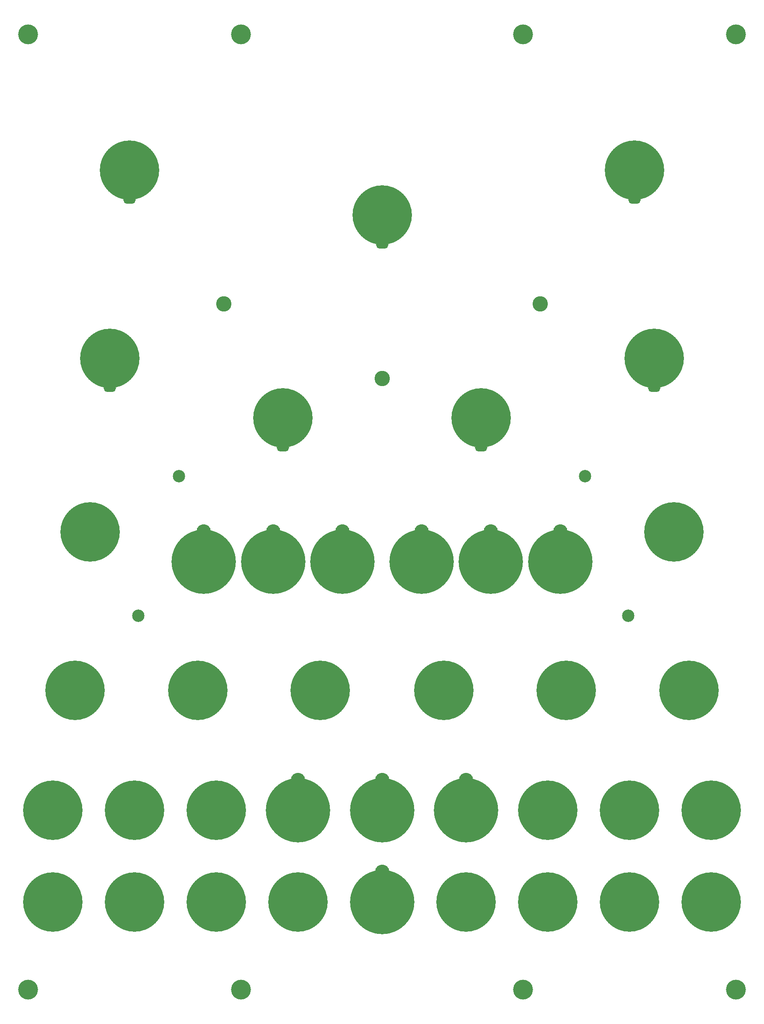
<source format=gts>
%TF.GenerationSoftware,KiCad,Pcbnew,9.0.0*%
%TF.CreationDate,2025-03-15T21:35:03+01:00*%
%TF.ProjectId,DMH_Dual_VCF_Diode_Ladder_Mk2_PANEL,444d485f-4475-4616-9c5f-5643465f4469,rev?*%
%TF.SameCoordinates,Original*%
%TF.FileFunction,Soldermask,Top*%
%TF.FilePolarity,Negative*%
%FSLAX46Y46*%
G04 Gerber Fmt 4.6, Leading zero omitted, Abs format (unit mm)*
G04 Created by KiCad (PCBNEW 9.0.0) date 2025-03-15 21:35:03*
%MOMM*%
%LPD*%
G01*
G04 APERTURE LIST*
%ADD10C,2.900000*%
%ADD11C,13.000000*%
%ADD12C,0.500000*%
%ADD13C,12.000000*%
%ADD14C,2.500000*%
%ADD15C,3.100000*%
%ADD16C,4.000000*%
%ADD17O,2.500000X1.500000*%
G04 APERTURE END LIST*
D10*
%TO.C,H34*%
X122000000Y-133900000D03*
D11*
X122000000Y-140000000D03*
%TD*%
D12*
%TO.C,H15*%
X144300000Y-190250000D03*
X145960000Y-186220000D03*
X145970000Y-194290000D03*
X150000000Y-184550000D03*
D13*
X150000000Y-190250000D03*
D12*
X150000000Y-195950000D03*
X154030000Y-194290000D03*
X154040000Y-186220000D03*
X155700000Y-190250000D03*
%TD*%
D14*
%TO.C,H52*%
X141000000Y-122750000D03*
%TD*%
D10*
%TO.C,H33*%
X100000000Y-202650000D03*
D11*
X100000000Y-208750000D03*
%TD*%
D15*
%TO.C,H40*%
X68000000Y-88000000D03*
%TD*%
D16*
%TO.C,H3*%
X28500000Y-226500000D03*
%TD*%
D13*
%TO.C,H22*%
X159000000Y-134000000D03*
%TD*%
D12*
%TO.C,H25*%
X144300000Y-208750000D03*
X145960000Y-204720000D03*
X145970000Y-212790000D03*
X150000000Y-203050000D03*
D13*
X150000000Y-208750000D03*
D12*
X150000000Y-214450000D03*
X154030000Y-212790000D03*
X154040000Y-204720000D03*
X155700000Y-208750000D03*
%TD*%
%TO.C,H16*%
X160800000Y-190250000D03*
X162460000Y-186220000D03*
X162470000Y-194290000D03*
X166500000Y-184550000D03*
D13*
X166500000Y-190250000D03*
D12*
X166500000Y-195950000D03*
X170530000Y-194290000D03*
X170540000Y-186220000D03*
X172200000Y-190250000D03*
%TD*%
D16*
%TO.C,H39*%
X128500000Y-226500000D03*
%TD*%
D10*
%TO.C,H23*%
X117000000Y-184150000D03*
D11*
X117000000Y-190250000D03*
%TD*%
D12*
%TO.C,H5*%
X27800000Y-190250000D03*
X29460000Y-186220000D03*
X29470000Y-194290000D03*
X33500000Y-184550000D03*
D13*
X33500000Y-190250000D03*
D12*
X33500000Y-195950000D03*
X37530000Y-194290000D03*
X37540000Y-186220000D03*
X39200000Y-190250000D03*
%TD*%
D14*
%TO.C,H53*%
X50750000Y-151000000D03*
%TD*%
D13*
%TO.C,H17*%
X38000000Y-166000000D03*
%TD*%
D14*
%TO.C,H51*%
X59000000Y-122750000D03*
%TD*%
D13*
%TO.C,H10*%
X45000000Y-99000000D03*
D17*
X45000000Y-105000000D03*
%TD*%
D13*
%TO.C,H12*%
X41000000Y-134000000D03*
%TD*%
D10*
%TO.C,H44*%
X100000000Y-184150000D03*
D11*
X100000000Y-190250000D03*
%TD*%
D13*
%TO.C,H32*%
X112500000Y-166000000D03*
%TD*%
D12*
%TO.C,H50*%
X127800000Y-208750000D03*
X129460000Y-204720000D03*
X129470000Y-212790000D03*
X133500000Y-203050000D03*
D13*
X133500000Y-208750000D03*
D12*
X133500000Y-214450000D03*
X137530000Y-212790000D03*
X137540000Y-204720000D03*
X139200000Y-208750000D03*
%TD*%
D13*
%TO.C,H11*%
X80000000Y-111000000D03*
D17*
X80000000Y-117000000D03*
%TD*%
D10*
%TO.C,H20*%
X78000000Y-133900000D03*
D11*
X78000000Y-140000000D03*
%TD*%
D10*
%TO.C,H24*%
X136000000Y-133900000D03*
D11*
X136000000Y-140000000D03*
%TD*%
D12*
%TO.C,H29*%
X111300000Y-208750000D03*
X112960000Y-204720000D03*
X112970000Y-212790000D03*
X117000000Y-203050000D03*
D13*
X117000000Y-208750000D03*
D12*
X117000000Y-214450000D03*
X121030000Y-212790000D03*
X121040000Y-204720000D03*
X122700000Y-208750000D03*
%TD*%
D13*
%TO.C,H13*%
X87500000Y-166000000D03*
%TD*%
D16*
%TO.C,H36*%
X71500000Y-33500000D03*
%TD*%
D15*
%TO.C,H41*%
X100000000Y-103000000D03*
%TD*%
D12*
%TO.C,H6*%
X44300000Y-190250000D03*
X45960000Y-186220000D03*
X45970000Y-194290000D03*
X50000000Y-184550000D03*
D13*
X50000000Y-190250000D03*
D12*
X50000000Y-195950000D03*
X54030000Y-194290000D03*
X54040000Y-186220000D03*
X55700000Y-190250000D03*
%TD*%
D16*
%TO.C,H37*%
X71500000Y-226500000D03*
%TD*%
D12*
%TO.C,H30*%
X160800000Y-208750000D03*
X162460000Y-204720000D03*
X162470000Y-212790000D03*
X166500000Y-203050000D03*
D13*
X166500000Y-208750000D03*
D12*
X166500000Y-214450000D03*
X170530000Y-212790000D03*
X170540000Y-204720000D03*
X172200000Y-208750000D03*
%TD*%
D13*
%TO.C,H27*%
X151000000Y-61000000D03*
D17*
X151000000Y-67000000D03*
%TD*%
D16*
%TO.C,H38*%
X128500000Y-33500000D03*
%TD*%
D13*
%TO.C,H9*%
X49000000Y-61000000D03*
D17*
X49000000Y-67000000D03*
%TD*%
D12*
%TO.C,H8*%
X27800000Y-208750000D03*
X29460000Y-204720000D03*
X29470000Y-212790000D03*
X33500000Y-203050000D03*
D13*
X33500000Y-208750000D03*
D12*
X33500000Y-214450000D03*
X37530000Y-212790000D03*
X37540000Y-204720000D03*
X39200000Y-208750000D03*
%TD*%
D13*
%TO.C,H31*%
X120000000Y-111000000D03*
D17*
X120000000Y-117000000D03*
%TD*%
D12*
%TO.C,H18*%
X44300000Y-208750000D03*
X45960000Y-204720000D03*
X45970000Y-212790000D03*
X50000000Y-203050000D03*
D13*
X50000000Y-208750000D03*
D12*
X50000000Y-214450000D03*
X54030000Y-212790000D03*
X54040000Y-204720000D03*
X55700000Y-208750000D03*
%TD*%
D10*
%TO.C,H19*%
X83000000Y-184150000D03*
D11*
X83000000Y-190250000D03*
%TD*%
D14*
%TO.C,H54*%
X149750000Y-151000000D03*
%TD*%
D15*
%TO.C,H42*%
X132000000Y-88000000D03*
%TD*%
D13*
%TO.C,H21*%
X155000000Y-99000000D03*
D17*
X155000000Y-105000000D03*
%TD*%
D16*
%TO.C,H2*%
X171500000Y-33500000D03*
%TD*%
%TO.C,H4*%
X171500000Y-226500000D03*
%TD*%
D13*
%TO.C,H28*%
X162000000Y-166000000D03*
%TD*%
D12*
%TO.C,H7*%
X77300000Y-208750000D03*
X78960000Y-204720000D03*
X78970000Y-212790000D03*
X83000000Y-203050000D03*
D13*
X83000000Y-208750000D03*
D12*
X83000000Y-214450000D03*
X87030000Y-212790000D03*
X87040000Y-204720000D03*
X88700000Y-208750000D03*
%TD*%
D13*
%TO.C,H43*%
X100000000Y-70000000D03*
D17*
X100000000Y-76000000D03*
%TD*%
D16*
%TO.C,H1*%
X28500000Y-33500000D03*
%TD*%
D13*
%TO.C,H46*%
X137250000Y-166000000D03*
%TD*%
D12*
%TO.C,H48*%
X60800000Y-208750000D03*
X62460000Y-204720000D03*
X62470000Y-212790000D03*
X66500000Y-203050000D03*
D13*
X66500000Y-208750000D03*
D12*
X66500000Y-214450000D03*
X70530000Y-212790000D03*
X70540000Y-204720000D03*
X72200000Y-208750000D03*
%TD*%
D13*
%TO.C,H45*%
X62750000Y-166000000D03*
%TD*%
D10*
%TO.C,H14*%
X64000000Y-133900000D03*
D11*
X64000000Y-140000000D03*
%TD*%
D10*
%TO.C,H26*%
X92000000Y-133900000D03*
D11*
X92000000Y-140000000D03*
%TD*%
D12*
%TO.C,H47*%
X60800000Y-190250000D03*
X62460000Y-186220000D03*
X62470000Y-194290000D03*
X66500000Y-184550000D03*
D13*
X66500000Y-190250000D03*
D12*
X66500000Y-195950000D03*
X70530000Y-194290000D03*
X70540000Y-186220000D03*
X72200000Y-190250000D03*
%TD*%
%TO.C,H49*%
X127800000Y-190250000D03*
X129460000Y-186220000D03*
X129470000Y-194290000D03*
X133500000Y-184550000D03*
D13*
X133500000Y-190250000D03*
D12*
X133500000Y-195950000D03*
X137530000Y-194290000D03*
X137540000Y-186220000D03*
X139200000Y-190250000D03*
%TD*%
D10*
%TO.C,H35*%
X108000000Y-133900000D03*
D11*
X108000000Y-140000000D03*
%TD*%
M02*

</source>
